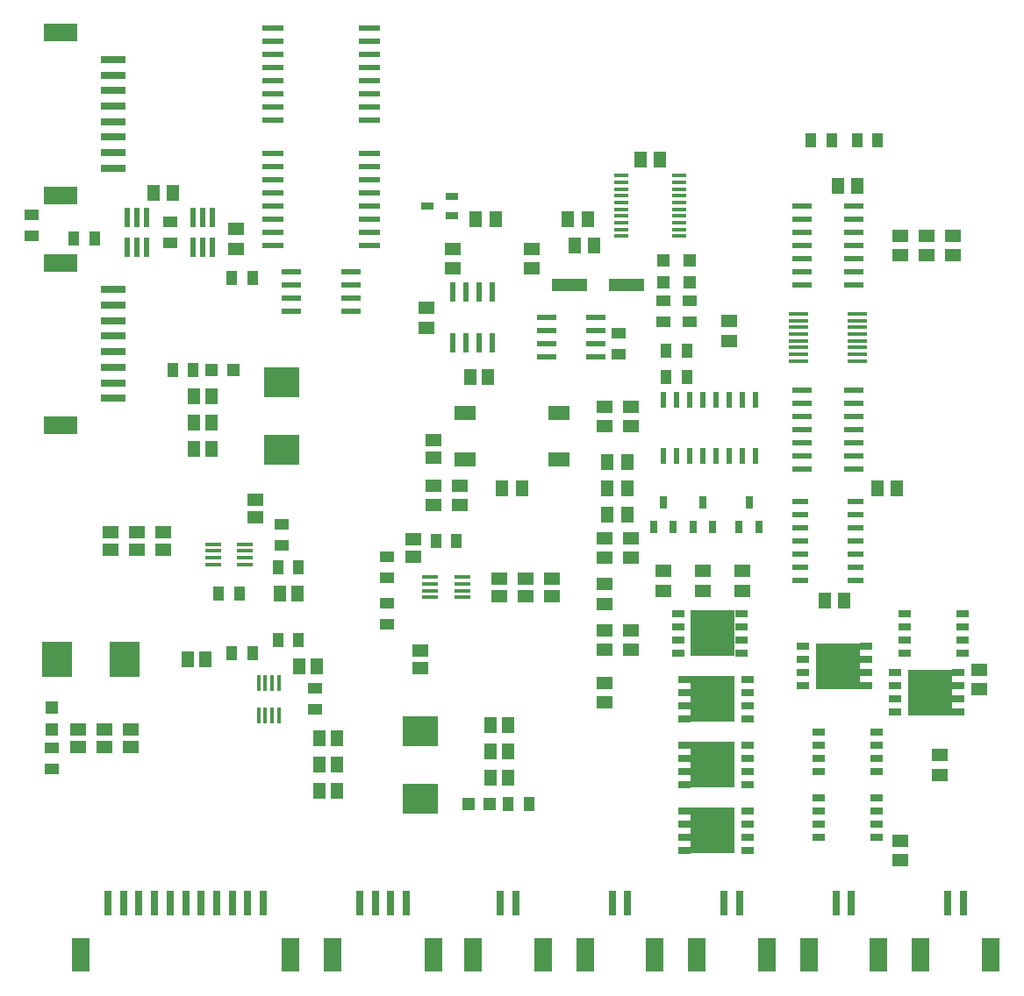
<source format=gtp>
G75*
%MOIN*%
%OFA0B0*%
%FSLAX25Y25*%
%IPPOS*%
%LPD*%
%AMOC8*
5,1,8,0,0,1.08239X$1,22.5*
%
%ADD10R,0.05118X0.05906*%
%ADD11R,0.05906X0.05118*%
%ADD12R,0.09449X0.03150*%
%ADD13R,0.12992X0.07087*%
%ADD14R,0.11220X0.13386*%
%ADD15R,0.13386X0.11220*%
%ADD16R,0.04724X0.04724*%
%ADD17R,0.07480X0.02362*%
%ADD18R,0.07795X0.02362*%
%ADD19R,0.04331X0.05512*%
%ADD20R,0.05512X0.04331*%
%ADD21R,0.06102X0.01772*%
%ADD22R,0.02205X0.07205*%
%ADD23R,0.01772X0.06102*%
%ADD24R,0.03150X0.09449*%
%ADD25R,0.07087X0.12992*%
%ADD26R,0.07874X0.02362*%
%ADD27R,0.05800X0.01400*%
%ADD28R,0.07800X0.02200*%
%ADD29R,0.02362X0.06102*%
%ADD30R,0.03150X0.05118*%
%ADD31R,0.07800X0.01600*%
%ADD32R,0.05906X0.02165*%
%ADD33R,0.05000X0.02500*%
%ADD34R,0.05000X0.02600*%
%ADD35R,0.16800X0.17600*%
%ADD36R,0.02200X0.07800*%
%ADD37R,0.05118X0.03150*%
%ADD38R,0.13780X0.04724*%
%ADD39R,0.08268X0.05512*%
D10*
X0120954Y0126800D03*
X0127646Y0126800D03*
X0127646Y0136800D03*
X0120954Y0136800D03*
X0120954Y0146800D03*
X0127646Y0146800D03*
X0120146Y0174300D03*
X0113454Y0174300D03*
X0077646Y0176800D03*
X0070954Y0176800D03*
X0105954Y0201800D03*
X0112646Y0201800D03*
X0080146Y0256800D03*
X0073454Y0256800D03*
X0073454Y0266800D03*
X0080146Y0266800D03*
X0080146Y0276800D03*
X0073454Y0276800D03*
X0065540Y0354300D03*
X0058060Y0354300D03*
X0180560Y0344300D03*
X0188040Y0344300D03*
X0215560Y0344300D03*
X0223040Y0344300D03*
X0225540Y0334300D03*
X0218060Y0334300D03*
X0243060Y0366800D03*
X0250540Y0366800D03*
X0318060Y0356800D03*
X0325540Y0356800D03*
X0185146Y0284300D03*
X0178454Y0284300D03*
X0230560Y0251800D03*
X0238040Y0251800D03*
X0238040Y0241800D03*
X0230560Y0241800D03*
X0230560Y0231800D03*
X0238040Y0231800D03*
X0198040Y0241800D03*
X0190560Y0241800D03*
X0313060Y0199300D03*
X0320540Y0199300D03*
X0333060Y0241800D03*
X0340540Y0241800D03*
X0192646Y0151800D03*
X0185954Y0151800D03*
X0185954Y0141800D03*
X0192646Y0141800D03*
X0192646Y0131800D03*
X0185954Y0131800D03*
D11*
X0229300Y0160560D03*
X0229300Y0168040D03*
X0229300Y0180560D03*
X0229300Y0188040D03*
X0239300Y0188040D03*
X0239300Y0180560D03*
X0229300Y0198060D03*
X0229300Y0205540D03*
X0229300Y0215560D03*
X0229300Y0223040D03*
X0239300Y0223040D03*
X0239300Y0215560D03*
X0251800Y0210540D03*
X0251800Y0203060D03*
X0266800Y0203060D03*
X0266800Y0210540D03*
X0281800Y0210540D03*
X0281800Y0203060D03*
X0209300Y0200954D03*
X0209300Y0207646D03*
X0199300Y0207646D03*
X0199300Y0200954D03*
X0189300Y0200954D03*
X0189300Y0207646D03*
X0156800Y0215954D03*
X0156800Y0222646D03*
X0164300Y0235560D03*
X0164300Y0243040D03*
X0174300Y0243040D03*
X0174300Y0235560D03*
X0164300Y0253454D03*
X0164300Y0260146D03*
X0161800Y0303060D03*
X0161800Y0310540D03*
X0171800Y0325560D03*
X0171800Y0333040D03*
X0201800Y0333040D03*
X0201800Y0325560D03*
X0229300Y0273040D03*
X0229300Y0265560D03*
X0239300Y0265560D03*
X0239300Y0273040D03*
X0276800Y0298060D03*
X0276800Y0305540D03*
X0341800Y0330560D03*
X0341800Y0338040D03*
X0351800Y0338040D03*
X0351800Y0330560D03*
X0361800Y0330560D03*
X0361800Y0338040D03*
X0159300Y0180146D03*
X0159300Y0173454D03*
X0096800Y0230954D03*
X0096800Y0237646D03*
X0061800Y0225146D03*
X0061800Y0218454D03*
X0051800Y0218454D03*
X0051800Y0225146D03*
X0041800Y0225146D03*
X0041800Y0218454D03*
X0039300Y0150146D03*
X0039300Y0143454D03*
X0029300Y0143454D03*
X0029300Y0150146D03*
X0049300Y0150146D03*
X0049300Y0143454D03*
X0089300Y0333060D03*
X0089300Y0340540D03*
X0356800Y0140540D03*
X0356800Y0133060D03*
X0341800Y0108040D03*
X0341800Y0100560D03*
X0371800Y0165560D03*
X0371800Y0173040D03*
D12*
X0042800Y0276131D03*
X0042800Y0282036D03*
X0042800Y0287942D03*
X0042800Y0293847D03*
X0042800Y0299753D03*
X0042800Y0305658D03*
X0042800Y0311564D03*
X0042800Y0317469D03*
X0042800Y0363631D03*
X0042800Y0369536D03*
X0042800Y0375442D03*
X0042800Y0381347D03*
X0042800Y0387253D03*
X0042800Y0393158D03*
X0042800Y0399064D03*
X0042800Y0404969D03*
D13*
X0022918Y0415206D03*
X0022918Y0353394D03*
X0022918Y0327706D03*
X0022918Y0265894D03*
D14*
X0021406Y0176800D03*
X0047194Y0176800D03*
D15*
X0106800Y0256406D03*
X0106800Y0282194D03*
X0159300Y0149694D03*
X0159300Y0123906D03*
D16*
X0177666Y0121800D03*
X0185934Y0121800D03*
X0019300Y0150166D03*
X0019300Y0158434D03*
X0080166Y0286800D03*
X0088434Y0286800D03*
X0251800Y0320166D03*
X0261800Y0320166D03*
X0261800Y0328434D03*
X0251800Y0328434D03*
D17*
X0133217Y0314300D03*
X0133217Y0309300D03*
D18*
X0133217Y0319300D03*
X0133217Y0324300D03*
X0110383Y0324300D03*
X0110383Y0319300D03*
X0110383Y0314300D03*
X0110383Y0309300D03*
D19*
X0095737Y0321800D03*
X0087863Y0321800D03*
X0073237Y0286800D03*
X0065363Y0286800D03*
X0035737Y0336800D03*
X0027863Y0336800D03*
X0165363Y0221800D03*
X0173237Y0221800D03*
X0113237Y0211800D03*
X0105363Y0211800D03*
X0090737Y0201800D03*
X0082863Y0201800D03*
X0105363Y0184300D03*
X0113237Y0184300D03*
X0095737Y0179300D03*
X0087863Y0179300D03*
X0192863Y0121800D03*
X0200737Y0121800D03*
X0252863Y0284300D03*
X0260737Y0284300D03*
X0260737Y0294300D03*
X0252863Y0294300D03*
X0307863Y0374300D03*
X0315737Y0374300D03*
X0325363Y0374300D03*
X0333237Y0374300D03*
D20*
X0261800Y0313237D03*
X0251800Y0313237D03*
X0251800Y0305363D03*
X0261800Y0305363D03*
X0234800Y0300737D03*
X0234800Y0292863D03*
X0146800Y0215737D03*
X0146800Y0207863D03*
X0146800Y0198237D03*
X0146800Y0190363D03*
X0119300Y0165737D03*
X0119300Y0157863D03*
X0106800Y0220363D03*
X0106800Y0228237D03*
X0019300Y0143237D03*
X0019300Y0135363D03*
X0064300Y0335363D03*
X0064300Y0343237D03*
X0011800Y0345737D03*
X0011800Y0337863D03*
D21*
X0080698Y0220639D03*
X0080698Y0218080D03*
X0080698Y0215520D03*
X0080698Y0212961D03*
X0092902Y0212961D03*
X0092902Y0215520D03*
X0092902Y0218080D03*
X0092902Y0220639D03*
X0163198Y0208139D03*
X0163198Y0205580D03*
X0163198Y0203020D03*
X0163198Y0200461D03*
X0175402Y0200461D03*
X0175402Y0203020D03*
X0175402Y0205580D03*
X0175402Y0208139D03*
D22*
X0080540Y0333591D03*
X0076800Y0333591D03*
X0073060Y0333591D03*
X0073060Y0345009D03*
X0076800Y0345009D03*
X0080540Y0345009D03*
X0055540Y0345009D03*
X0051800Y0345009D03*
X0048060Y0345009D03*
X0048060Y0333591D03*
X0051800Y0333591D03*
X0055540Y0333591D03*
D23*
X0097961Y0167902D03*
X0100520Y0167902D03*
X0103080Y0167902D03*
X0105639Y0167902D03*
X0105639Y0155698D03*
X0103080Y0155698D03*
X0100520Y0155698D03*
X0097961Y0155698D03*
D24*
X0099828Y0084300D03*
X0093922Y0084300D03*
X0088017Y0084300D03*
X0082111Y0084300D03*
X0076206Y0084300D03*
X0070300Y0084300D03*
X0064394Y0084300D03*
X0058489Y0084300D03*
X0052583Y0084300D03*
X0046678Y0084300D03*
X0040772Y0084300D03*
X0136442Y0084300D03*
X0142347Y0084300D03*
X0148253Y0084300D03*
X0154158Y0084300D03*
X0189847Y0084300D03*
X0195753Y0084300D03*
X0232347Y0084300D03*
X0238253Y0084300D03*
X0274847Y0084300D03*
X0280753Y0084300D03*
X0317347Y0084300D03*
X0323253Y0084300D03*
X0359847Y0084300D03*
X0365753Y0084300D03*
D25*
X0030536Y0064418D03*
X0110064Y0064418D03*
X0126206Y0064418D03*
X0164394Y0064418D03*
X0179611Y0064418D03*
X0205989Y0064418D03*
X0222111Y0064418D03*
X0248489Y0064418D03*
X0264611Y0064418D03*
X0290989Y0064418D03*
X0307111Y0064418D03*
X0333489Y0064418D03*
X0349611Y0064418D03*
X0375989Y0064418D03*
D26*
X0140107Y0334300D03*
X0140107Y0339300D03*
X0140107Y0344300D03*
X0140107Y0349300D03*
X0140107Y0354300D03*
X0140107Y0359300D03*
X0140107Y0364300D03*
X0140107Y0369300D03*
X0140107Y0381800D03*
X0140107Y0386800D03*
X0140107Y0391800D03*
X0140107Y0396800D03*
X0140107Y0401800D03*
X0140107Y0406800D03*
X0140107Y0411800D03*
X0140107Y0416800D03*
X0103493Y0416800D03*
X0103493Y0411800D03*
X0103493Y0406800D03*
X0103493Y0401800D03*
X0103493Y0396800D03*
X0103493Y0391800D03*
X0103493Y0386800D03*
X0103493Y0381800D03*
X0103493Y0369300D03*
X0103493Y0364300D03*
X0103493Y0359300D03*
X0103493Y0354300D03*
X0103493Y0349300D03*
X0103493Y0344300D03*
X0103493Y0339300D03*
X0103493Y0334300D03*
D27*
X0235702Y0337784D03*
X0235702Y0340343D03*
X0235702Y0342902D03*
X0235702Y0345461D03*
X0235702Y0348020D03*
X0235702Y0350580D03*
X0235702Y0353139D03*
X0235702Y0355698D03*
X0235702Y0358257D03*
X0235702Y0360816D03*
X0257898Y0360816D03*
X0257898Y0358257D03*
X0257898Y0355698D03*
X0257898Y0353139D03*
X0257898Y0350580D03*
X0257898Y0348020D03*
X0257898Y0345461D03*
X0257898Y0342902D03*
X0257898Y0340343D03*
X0257898Y0337784D03*
D28*
X0304600Y0339300D03*
X0304600Y0334300D03*
X0304600Y0329300D03*
X0304600Y0324300D03*
X0304600Y0319300D03*
X0324000Y0319300D03*
X0324000Y0324300D03*
X0324000Y0329300D03*
X0324000Y0334300D03*
X0324000Y0339300D03*
X0324000Y0344300D03*
X0324000Y0349300D03*
X0304600Y0349300D03*
X0304600Y0344300D03*
X0226100Y0306800D03*
X0226100Y0301800D03*
X0226100Y0296800D03*
X0226100Y0291800D03*
X0207500Y0291800D03*
X0207500Y0296800D03*
X0207500Y0301800D03*
X0207500Y0306800D03*
X0304600Y0279300D03*
X0304600Y0274300D03*
X0304600Y0269300D03*
X0304600Y0264300D03*
X0304600Y0259300D03*
X0304600Y0254300D03*
X0304600Y0249300D03*
X0324000Y0249300D03*
X0324000Y0254300D03*
X0324000Y0259300D03*
X0324000Y0264300D03*
X0324000Y0269300D03*
X0324000Y0274300D03*
X0324000Y0279300D03*
D29*
X0286800Y0275560D03*
X0281800Y0275560D03*
X0276800Y0275560D03*
X0271800Y0275560D03*
X0266800Y0275560D03*
X0261800Y0275560D03*
X0256800Y0275560D03*
X0251800Y0275560D03*
X0251800Y0254300D03*
X0256800Y0254300D03*
X0261800Y0254300D03*
X0266800Y0254300D03*
X0271800Y0254300D03*
X0276800Y0254300D03*
X0281800Y0254300D03*
X0286800Y0254300D03*
D30*
X0284300Y0236524D03*
X0280560Y0227076D03*
X0270540Y0227076D03*
X0263060Y0227076D03*
X0255540Y0227076D03*
X0248060Y0227076D03*
X0251800Y0236524D03*
X0266800Y0236524D03*
X0288040Y0227076D03*
D31*
X0303000Y0290343D03*
X0303000Y0292902D03*
X0303000Y0295461D03*
X0303000Y0298020D03*
X0303000Y0300580D03*
X0303000Y0303139D03*
X0303000Y0305698D03*
X0303000Y0308257D03*
X0325600Y0308257D03*
X0325600Y0305698D03*
X0325600Y0303139D03*
X0325600Y0300580D03*
X0325600Y0298020D03*
X0325600Y0295461D03*
X0325600Y0292902D03*
X0325600Y0290343D03*
D32*
X0324930Y0236800D03*
X0324930Y0231800D03*
X0324930Y0226800D03*
X0324930Y0221800D03*
X0324930Y0216800D03*
X0324930Y0211800D03*
X0324930Y0206800D03*
X0303670Y0206800D03*
X0303670Y0211800D03*
X0303670Y0216800D03*
X0303670Y0221800D03*
X0303670Y0226800D03*
X0303670Y0231800D03*
X0303670Y0236800D03*
D33*
X0343300Y0194300D03*
X0343300Y0189300D03*
X0343300Y0184300D03*
X0343300Y0179300D03*
X0365300Y0179300D03*
X0365300Y0184300D03*
X0365300Y0189300D03*
X0365300Y0194300D03*
X0332800Y0149300D03*
X0332800Y0144300D03*
X0332800Y0139300D03*
X0332800Y0134300D03*
X0332800Y0124300D03*
X0332800Y0119300D03*
X0332800Y0114300D03*
X0332800Y0109300D03*
X0310800Y0109300D03*
X0310800Y0114300D03*
X0310800Y0119300D03*
X0310800Y0124300D03*
X0310800Y0134300D03*
X0310800Y0139300D03*
X0310800Y0144300D03*
X0310800Y0149300D03*
D34*
X0304800Y0166800D03*
X0304800Y0171800D03*
X0304800Y0176800D03*
X0304800Y0181800D03*
X0281300Y0179300D03*
X0281300Y0184300D03*
X0281300Y0189300D03*
X0281300Y0194300D03*
X0257300Y0194300D03*
X0257300Y0189300D03*
X0257300Y0184300D03*
X0257300Y0179300D03*
X0259800Y0169300D03*
X0259800Y0164300D03*
X0259800Y0159300D03*
X0259800Y0154300D03*
X0259800Y0144300D03*
X0259800Y0139300D03*
X0259800Y0134300D03*
X0259800Y0129300D03*
X0259800Y0119300D03*
X0259800Y0114300D03*
X0259800Y0109300D03*
X0259800Y0104300D03*
X0283800Y0104300D03*
X0283800Y0109300D03*
X0283800Y0114300D03*
X0283800Y0119300D03*
X0283800Y0129300D03*
X0283800Y0134300D03*
X0283800Y0139300D03*
X0283800Y0144300D03*
X0283800Y0154300D03*
X0283800Y0159300D03*
X0283800Y0164300D03*
X0283800Y0169300D03*
X0328800Y0166800D03*
X0328800Y0171800D03*
X0328800Y0176800D03*
X0328800Y0181800D03*
X0339800Y0171800D03*
X0339800Y0166800D03*
X0339800Y0161800D03*
X0339800Y0156800D03*
X0363800Y0156800D03*
X0363800Y0161800D03*
X0363800Y0166800D03*
X0363800Y0171800D03*
D35*
X0353100Y0164300D03*
X0318100Y0174300D03*
X0270600Y0186800D03*
X0270500Y0161800D03*
X0270500Y0136800D03*
X0270500Y0111800D03*
D36*
X0186800Y0297100D03*
X0181800Y0297100D03*
X0176800Y0297100D03*
X0171800Y0297100D03*
X0171800Y0316500D03*
X0176800Y0316500D03*
X0181800Y0316500D03*
X0186800Y0316500D03*
D37*
X0171524Y0345560D03*
X0171524Y0353040D03*
X0162076Y0349300D03*
D38*
X0215973Y0319300D03*
X0237627Y0319300D03*
D39*
X0212213Y0270658D03*
X0212213Y0252942D03*
X0176387Y0252942D03*
X0176387Y0270658D03*
M02*

</source>
